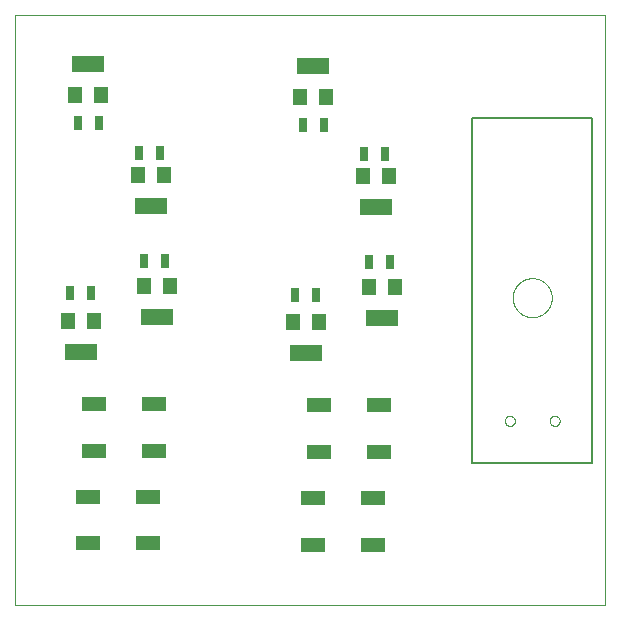
<source format=gbp>
G75*
%MOIN*%
%OFA0B0*%
%FSLAX25Y25*%
%IPPOS*%
%LPD*%
%AMOC8*
5,1,8,0,0,1.08239X$1,22.5*
%
%ADD10C,0.00004*%
%ADD11C,0.00800*%
%ADD12R,0.11024X0.05512*%
%ADD13R,0.04724X0.05512*%
%ADD14R,0.08268X0.05000*%
%ADD15R,0.03150X0.04724*%
%ADD16C,0.00000*%
D10*
X0001500Y0052494D02*
X0001500Y0249344D01*
X0198350Y0249344D01*
X0198350Y0052494D01*
X0001500Y0052494D01*
D11*
X0154000Y0099994D02*
X0194000Y0099994D01*
X0194000Y0214994D01*
X0154000Y0214994D01*
X0154000Y0099994D01*
D12*
X0124000Y0148187D03*
X0098500Y0136502D03*
X0122000Y0185187D03*
X0101000Y0232301D03*
X0047000Y0185687D03*
X0049000Y0148687D03*
X0023500Y0137002D03*
X0026000Y0232801D03*
D13*
X0021669Y0222565D03*
X0030331Y0222565D03*
X0042669Y0195923D03*
X0051331Y0195923D03*
X0053331Y0158923D03*
X0044669Y0158923D03*
X0027831Y0147238D03*
X0019169Y0147238D03*
X0094169Y0146738D03*
X0102831Y0146738D03*
X0119669Y0158423D03*
X0128331Y0158423D03*
X0126331Y0195423D03*
X0117669Y0195423D03*
X0105331Y0222065D03*
X0096669Y0222065D03*
D14*
X0103000Y0119100D03*
X0103000Y0103510D03*
X0101000Y0088163D03*
X0101000Y0072573D03*
X0121000Y0072573D03*
X0121000Y0088163D03*
X0123000Y0103510D03*
X0123000Y0119100D03*
X0048000Y0119600D03*
X0048000Y0104010D03*
X0046000Y0088663D03*
X0046000Y0073073D03*
X0026000Y0073073D03*
X0026000Y0088663D03*
X0028000Y0104010D03*
X0028000Y0119600D03*
D15*
X0027043Y0156431D03*
X0019957Y0156431D03*
X0044457Y0167305D03*
X0051543Y0167305D03*
X0050043Y0203305D03*
X0042957Y0203305D03*
X0029543Y0213183D03*
X0022457Y0213183D03*
X0094957Y0155931D03*
X0102043Y0155931D03*
X0119457Y0166805D03*
X0126543Y0166805D03*
X0125043Y0202805D03*
X0117957Y0202805D03*
X0104543Y0212683D03*
X0097457Y0212683D03*
D16*
X0164847Y0113936D02*
X0164849Y0114017D01*
X0164855Y0114099D01*
X0164865Y0114180D01*
X0164879Y0114260D01*
X0164896Y0114339D01*
X0164918Y0114418D01*
X0164943Y0114495D01*
X0164972Y0114572D01*
X0165005Y0114646D01*
X0165042Y0114719D01*
X0165081Y0114790D01*
X0165125Y0114859D01*
X0165171Y0114926D01*
X0165221Y0114990D01*
X0165274Y0115052D01*
X0165330Y0115112D01*
X0165388Y0115168D01*
X0165450Y0115222D01*
X0165514Y0115273D01*
X0165580Y0115320D01*
X0165648Y0115364D01*
X0165719Y0115405D01*
X0165791Y0115442D01*
X0165866Y0115476D01*
X0165941Y0115506D01*
X0166019Y0115532D01*
X0166097Y0115555D01*
X0166176Y0115573D01*
X0166256Y0115588D01*
X0166337Y0115599D01*
X0166418Y0115606D01*
X0166500Y0115609D01*
X0166581Y0115608D01*
X0166662Y0115603D01*
X0166743Y0115594D01*
X0166824Y0115581D01*
X0166904Y0115564D01*
X0166982Y0115544D01*
X0167060Y0115519D01*
X0167137Y0115491D01*
X0167212Y0115459D01*
X0167285Y0115424D01*
X0167356Y0115385D01*
X0167426Y0115342D01*
X0167493Y0115297D01*
X0167559Y0115248D01*
X0167621Y0115196D01*
X0167681Y0115140D01*
X0167738Y0115082D01*
X0167793Y0115022D01*
X0167844Y0114958D01*
X0167892Y0114893D01*
X0167937Y0114825D01*
X0167979Y0114755D01*
X0168017Y0114683D01*
X0168052Y0114609D01*
X0168083Y0114534D01*
X0168110Y0114457D01*
X0168133Y0114379D01*
X0168153Y0114300D01*
X0168169Y0114220D01*
X0168181Y0114139D01*
X0168189Y0114058D01*
X0168193Y0113977D01*
X0168193Y0113895D01*
X0168189Y0113814D01*
X0168181Y0113733D01*
X0168169Y0113652D01*
X0168153Y0113572D01*
X0168133Y0113493D01*
X0168110Y0113415D01*
X0168083Y0113338D01*
X0168052Y0113263D01*
X0168017Y0113189D01*
X0167979Y0113117D01*
X0167937Y0113047D01*
X0167892Y0112979D01*
X0167844Y0112914D01*
X0167793Y0112850D01*
X0167738Y0112790D01*
X0167681Y0112732D01*
X0167621Y0112676D01*
X0167559Y0112624D01*
X0167493Y0112575D01*
X0167426Y0112530D01*
X0167357Y0112487D01*
X0167285Y0112448D01*
X0167212Y0112413D01*
X0167137Y0112381D01*
X0167060Y0112353D01*
X0166982Y0112328D01*
X0166904Y0112308D01*
X0166824Y0112291D01*
X0166743Y0112278D01*
X0166662Y0112269D01*
X0166581Y0112264D01*
X0166500Y0112263D01*
X0166418Y0112266D01*
X0166337Y0112273D01*
X0166256Y0112284D01*
X0166176Y0112299D01*
X0166097Y0112317D01*
X0166019Y0112340D01*
X0165941Y0112366D01*
X0165866Y0112396D01*
X0165791Y0112430D01*
X0165719Y0112467D01*
X0165648Y0112508D01*
X0165580Y0112552D01*
X0165514Y0112599D01*
X0165450Y0112650D01*
X0165388Y0112704D01*
X0165330Y0112760D01*
X0165274Y0112820D01*
X0165221Y0112882D01*
X0165171Y0112946D01*
X0165125Y0113013D01*
X0165081Y0113082D01*
X0165042Y0113153D01*
X0165005Y0113226D01*
X0164972Y0113300D01*
X0164943Y0113377D01*
X0164918Y0113454D01*
X0164896Y0113533D01*
X0164879Y0113612D01*
X0164865Y0113692D01*
X0164855Y0113773D01*
X0164849Y0113855D01*
X0164847Y0113936D01*
X0179807Y0113936D02*
X0179809Y0114017D01*
X0179815Y0114099D01*
X0179825Y0114180D01*
X0179839Y0114260D01*
X0179856Y0114339D01*
X0179878Y0114418D01*
X0179903Y0114495D01*
X0179932Y0114572D01*
X0179965Y0114646D01*
X0180002Y0114719D01*
X0180041Y0114790D01*
X0180085Y0114859D01*
X0180131Y0114926D01*
X0180181Y0114990D01*
X0180234Y0115052D01*
X0180290Y0115112D01*
X0180348Y0115168D01*
X0180410Y0115222D01*
X0180474Y0115273D01*
X0180540Y0115320D01*
X0180608Y0115364D01*
X0180679Y0115405D01*
X0180751Y0115442D01*
X0180826Y0115476D01*
X0180901Y0115506D01*
X0180979Y0115532D01*
X0181057Y0115555D01*
X0181136Y0115573D01*
X0181216Y0115588D01*
X0181297Y0115599D01*
X0181378Y0115606D01*
X0181460Y0115609D01*
X0181541Y0115608D01*
X0181622Y0115603D01*
X0181703Y0115594D01*
X0181784Y0115581D01*
X0181864Y0115564D01*
X0181942Y0115544D01*
X0182020Y0115519D01*
X0182097Y0115491D01*
X0182172Y0115459D01*
X0182245Y0115424D01*
X0182316Y0115385D01*
X0182386Y0115342D01*
X0182453Y0115297D01*
X0182519Y0115248D01*
X0182581Y0115196D01*
X0182641Y0115140D01*
X0182698Y0115082D01*
X0182753Y0115022D01*
X0182804Y0114958D01*
X0182852Y0114893D01*
X0182897Y0114825D01*
X0182939Y0114755D01*
X0182977Y0114683D01*
X0183012Y0114609D01*
X0183043Y0114534D01*
X0183070Y0114457D01*
X0183093Y0114379D01*
X0183113Y0114300D01*
X0183129Y0114220D01*
X0183141Y0114139D01*
X0183149Y0114058D01*
X0183153Y0113977D01*
X0183153Y0113895D01*
X0183149Y0113814D01*
X0183141Y0113733D01*
X0183129Y0113652D01*
X0183113Y0113572D01*
X0183093Y0113493D01*
X0183070Y0113415D01*
X0183043Y0113338D01*
X0183012Y0113263D01*
X0182977Y0113189D01*
X0182939Y0113117D01*
X0182897Y0113047D01*
X0182852Y0112979D01*
X0182804Y0112914D01*
X0182753Y0112850D01*
X0182698Y0112790D01*
X0182641Y0112732D01*
X0182581Y0112676D01*
X0182519Y0112624D01*
X0182453Y0112575D01*
X0182386Y0112530D01*
X0182317Y0112487D01*
X0182245Y0112448D01*
X0182172Y0112413D01*
X0182097Y0112381D01*
X0182020Y0112353D01*
X0181942Y0112328D01*
X0181864Y0112308D01*
X0181784Y0112291D01*
X0181703Y0112278D01*
X0181622Y0112269D01*
X0181541Y0112264D01*
X0181460Y0112263D01*
X0181378Y0112266D01*
X0181297Y0112273D01*
X0181216Y0112284D01*
X0181136Y0112299D01*
X0181057Y0112317D01*
X0180979Y0112340D01*
X0180901Y0112366D01*
X0180826Y0112396D01*
X0180751Y0112430D01*
X0180679Y0112467D01*
X0180608Y0112508D01*
X0180540Y0112552D01*
X0180474Y0112599D01*
X0180410Y0112650D01*
X0180348Y0112704D01*
X0180290Y0112760D01*
X0180234Y0112820D01*
X0180181Y0112882D01*
X0180131Y0112946D01*
X0180085Y0113013D01*
X0180041Y0113082D01*
X0180002Y0113153D01*
X0179965Y0113226D01*
X0179932Y0113300D01*
X0179903Y0113377D01*
X0179878Y0113454D01*
X0179856Y0113533D01*
X0179839Y0113612D01*
X0179825Y0113692D01*
X0179815Y0113773D01*
X0179809Y0113855D01*
X0179807Y0113936D01*
X0167500Y0154994D02*
X0167502Y0155155D01*
X0167508Y0155315D01*
X0167518Y0155476D01*
X0167532Y0155636D01*
X0167550Y0155796D01*
X0167571Y0155955D01*
X0167597Y0156114D01*
X0167627Y0156272D01*
X0167660Y0156429D01*
X0167698Y0156586D01*
X0167739Y0156741D01*
X0167784Y0156895D01*
X0167833Y0157048D01*
X0167886Y0157200D01*
X0167942Y0157351D01*
X0168003Y0157500D01*
X0168066Y0157648D01*
X0168134Y0157794D01*
X0168205Y0157938D01*
X0168279Y0158080D01*
X0168357Y0158221D01*
X0168439Y0158359D01*
X0168524Y0158496D01*
X0168612Y0158630D01*
X0168704Y0158762D01*
X0168799Y0158892D01*
X0168897Y0159020D01*
X0168998Y0159145D01*
X0169102Y0159267D01*
X0169209Y0159387D01*
X0169319Y0159504D01*
X0169432Y0159619D01*
X0169548Y0159730D01*
X0169667Y0159839D01*
X0169788Y0159944D01*
X0169912Y0160047D01*
X0170038Y0160147D01*
X0170166Y0160243D01*
X0170297Y0160336D01*
X0170431Y0160426D01*
X0170566Y0160513D01*
X0170704Y0160596D01*
X0170843Y0160676D01*
X0170985Y0160752D01*
X0171128Y0160825D01*
X0171273Y0160894D01*
X0171420Y0160960D01*
X0171568Y0161022D01*
X0171718Y0161080D01*
X0171869Y0161135D01*
X0172022Y0161186D01*
X0172176Y0161233D01*
X0172331Y0161276D01*
X0172487Y0161315D01*
X0172643Y0161351D01*
X0172801Y0161382D01*
X0172959Y0161410D01*
X0173118Y0161434D01*
X0173278Y0161454D01*
X0173438Y0161470D01*
X0173598Y0161482D01*
X0173759Y0161490D01*
X0173920Y0161494D01*
X0174080Y0161494D01*
X0174241Y0161490D01*
X0174402Y0161482D01*
X0174562Y0161470D01*
X0174722Y0161454D01*
X0174882Y0161434D01*
X0175041Y0161410D01*
X0175199Y0161382D01*
X0175357Y0161351D01*
X0175513Y0161315D01*
X0175669Y0161276D01*
X0175824Y0161233D01*
X0175978Y0161186D01*
X0176131Y0161135D01*
X0176282Y0161080D01*
X0176432Y0161022D01*
X0176580Y0160960D01*
X0176727Y0160894D01*
X0176872Y0160825D01*
X0177015Y0160752D01*
X0177157Y0160676D01*
X0177296Y0160596D01*
X0177434Y0160513D01*
X0177569Y0160426D01*
X0177703Y0160336D01*
X0177834Y0160243D01*
X0177962Y0160147D01*
X0178088Y0160047D01*
X0178212Y0159944D01*
X0178333Y0159839D01*
X0178452Y0159730D01*
X0178568Y0159619D01*
X0178681Y0159504D01*
X0178791Y0159387D01*
X0178898Y0159267D01*
X0179002Y0159145D01*
X0179103Y0159020D01*
X0179201Y0158892D01*
X0179296Y0158762D01*
X0179388Y0158630D01*
X0179476Y0158496D01*
X0179561Y0158359D01*
X0179643Y0158221D01*
X0179721Y0158080D01*
X0179795Y0157938D01*
X0179866Y0157794D01*
X0179934Y0157648D01*
X0179997Y0157500D01*
X0180058Y0157351D01*
X0180114Y0157200D01*
X0180167Y0157048D01*
X0180216Y0156895D01*
X0180261Y0156741D01*
X0180302Y0156586D01*
X0180340Y0156429D01*
X0180373Y0156272D01*
X0180403Y0156114D01*
X0180429Y0155955D01*
X0180450Y0155796D01*
X0180468Y0155636D01*
X0180482Y0155476D01*
X0180492Y0155315D01*
X0180498Y0155155D01*
X0180500Y0154994D01*
X0180498Y0154833D01*
X0180492Y0154673D01*
X0180482Y0154512D01*
X0180468Y0154352D01*
X0180450Y0154192D01*
X0180429Y0154033D01*
X0180403Y0153874D01*
X0180373Y0153716D01*
X0180340Y0153559D01*
X0180302Y0153402D01*
X0180261Y0153247D01*
X0180216Y0153093D01*
X0180167Y0152940D01*
X0180114Y0152788D01*
X0180058Y0152637D01*
X0179997Y0152488D01*
X0179934Y0152340D01*
X0179866Y0152194D01*
X0179795Y0152050D01*
X0179721Y0151908D01*
X0179643Y0151767D01*
X0179561Y0151629D01*
X0179476Y0151492D01*
X0179388Y0151358D01*
X0179296Y0151226D01*
X0179201Y0151096D01*
X0179103Y0150968D01*
X0179002Y0150843D01*
X0178898Y0150721D01*
X0178791Y0150601D01*
X0178681Y0150484D01*
X0178568Y0150369D01*
X0178452Y0150258D01*
X0178333Y0150149D01*
X0178212Y0150044D01*
X0178088Y0149941D01*
X0177962Y0149841D01*
X0177834Y0149745D01*
X0177703Y0149652D01*
X0177569Y0149562D01*
X0177434Y0149475D01*
X0177296Y0149392D01*
X0177157Y0149312D01*
X0177015Y0149236D01*
X0176872Y0149163D01*
X0176727Y0149094D01*
X0176580Y0149028D01*
X0176432Y0148966D01*
X0176282Y0148908D01*
X0176131Y0148853D01*
X0175978Y0148802D01*
X0175824Y0148755D01*
X0175669Y0148712D01*
X0175513Y0148673D01*
X0175357Y0148637D01*
X0175199Y0148606D01*
X0175041Y0148578D01*
X0174882Y0148554D01*
X0174722Y0148534D01*
X0174562Y0148518D01*
X0174402Y0148506D01*
X0174241Y0148498D01*
X0174080Y0148494D01*
X0173920Y0148494D01*
X0173759Y0148498D01*
X0173598Y0148506D01*
X0173438Y0148518D01*
X0173278Y0148534D01*
X0173118Y0148554D01*
X0172959Y0148578D01*
X0172801Y0148606D01*
X0172643Y0148637D01*
X0172487Y0148673D01*
X0172331Y0148712D01*
X0172176Y0148755D01*
X0172022Y0148802D01*
X0171869Y0148853D01*
X0171718Y0148908D01*
X0171568Y0148966D01*
X0171420Y0149028D01*
X0171273Y0149094D01*
X0171128Y0149163D01*
X0170985Y0149236D01*
X0170843Y0149312D01*
X0170704Y0149392D01*
X0170566Y0149475D01*
X0170431Y0149562D01*
X0170297Y0149652D01*
X0170166Y0149745D01*
X0170038Y0149841D01*
X0169912Y0149941D01*
X0169788Y0150044D01*
X0169667Y0150149D01*
X0169548Y0150258D01*
X0169432Y0150369D01*
X0169319Y0150484D01*
X0169209Y0150601D01*
X0169102Y0150721D01*
X0168998Y0150843D01*
X0168897Y0150968D01*
X0168799Y0151096D01*
X0168704Y0151226D01*
X0168612Y0151358D01*
X0168524Y0151492D01*
X0168439Y0151629D01*
X0168357Y0151767D01*
X0168279Y0151908D01*
X0168205Y0152050D01*
X0168134Y0152194D01*
X0168066Y0152340D01*
X0168003Y0152488D01*
X0167942Y0152637D01*
X0167886Y0152788D01*
X0167833Y0152940D01*
X0167784Y0153093D01*
X0167739Y0153247D01*
X0167698Y0153402D01*
X0167660Y0153559D01*
X0167627Y0153716D01*
X0167597Y0153874D01*
X0167571Y0154033D01*
X0167550Y0154192D01*
X0167532Y0154352D01*
X0167518Y0154512D01*
X0167508Y0154673D01*
X0167502Y0154833D01*
X0167500Y0154994D01*
M02*

</source>
